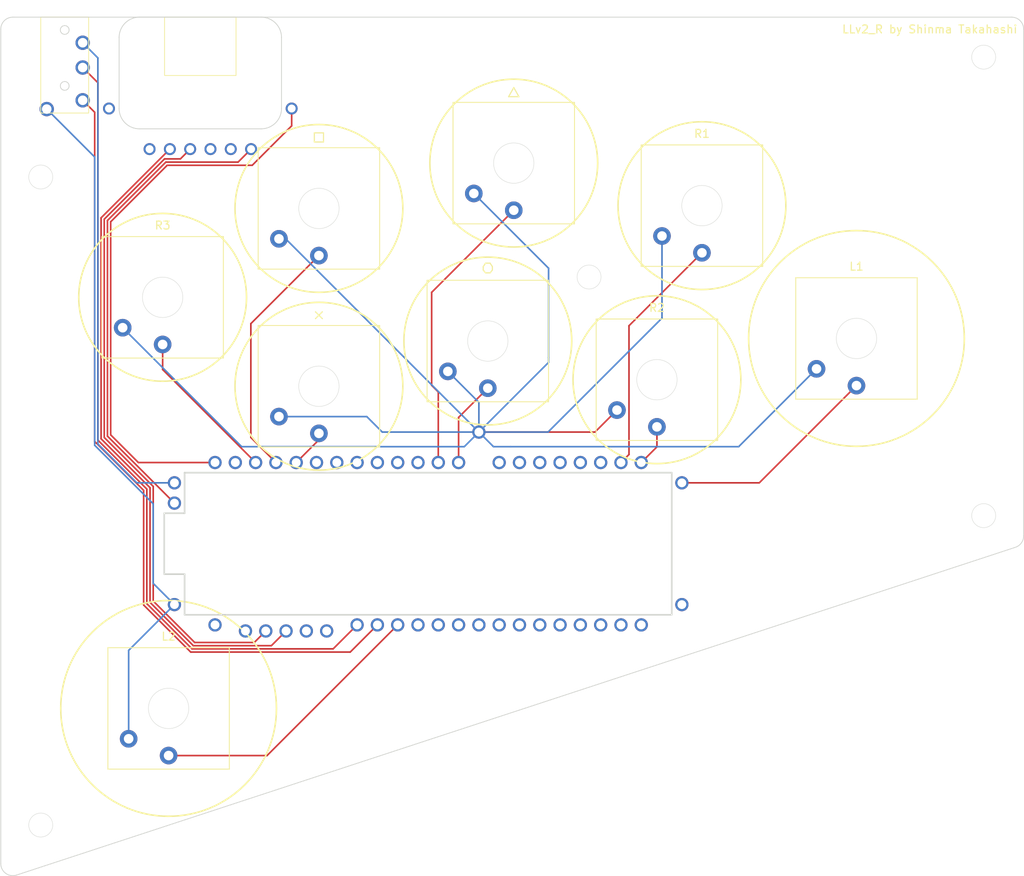
<source format=kicad_pcb>
(kicad_pcb (version 20240108) (generator "pcbnew") (generator_version "8.0")
  (layers (0 "F.Cu" signal) (31 "B.Cu" signal) (34 "B.Paste" user) (35 "F.Paste" user) (36 "B.SilkS" user "B.Silkscreen") (37 "F.SilkS" user "F.Silkscreen") (38 "B.Mask" user) (39 "F.Mask" user) (44 "Edge.Cuts" user))
  (net 0 "")
  (net 1 "Net-(4090USBCBreakout1-VBUS)")
  (net 2 "Net-(4090USBCBreakout1-D-)")
  (net 3 "Net-(4090USBCBreakout1-GND)")
  (net 8 "Net-(4090USBCBreakout1-D+)")
  (net 9 "Net-(Teensy4.1-MCLK2)")
  (net 10 "Net-(Teensy4.1-TX2)")
  (net 11 "Net-(Teensy4.1-OUT1C)")
  (net 12 "Net-(Teensy4.1-A7)")
  (net 13 "Net-(Teensy4.1-A0)")
  (net 14 "Net-(Teensy4.1-RX8)")
  (net 15 "Net-(Teensy4.1-A9)")
  (net 16 "Net-(Teensy4.1-GND_4)")
  (net 17 "Net-(Teensy4.1-A8)")
  (net 18 "Net-(Teensy4.1-SCK)")
  (net 19 "Net-(Teensy4.1-RX2)")
  (net 20 "Net-(Teensy4.1-VIN_(3.6_TO_5.5_VOLTS))")
  (net 21 "Net-(Teensy4.1-TX8)")
  (net 22 "Net-(Teensy4.1-GND_6)")
  (footprint "Shinma'sAddLibrary:SW_Kailh_Choc_V2_Lofree_Flow" (layer "F.Cu") (at 39.811 46.183)
    (property "Reference" "×" (at 0 -9 0) (layer "F.SilkS") (effects (font (size 1.5 1.5))))
    (property "Value" "SW_Push")
    (fp_line (start -7.6 -7.6) (end -7.6 7.6) (stroke (width 0.12)) (layer "F.SilkS"))
    (fp_line (start -7.6 -7.6) (end 7.6 -7.6) (stroke (width 0.12)) (layer "F.SilkS"))
    (fp_line (start -7.6 7.6) (end 7.6 7.6) (stroke (width 0.12)) (layer "F.SilkS"))
    (fp_line (start 7.6 7.6) (end 7.6 -7.6) (stroke (width 0.12)) (layer "F.SilkS"))
    (fp_circle (center 0 0) (end 2.525 0) (stroke (width 0.05)) (fill none) (layer "Edge.Cuts"))
    (pad "1" thru_hole circle (at 0 5.9) (size 2.2 2.2) (drill 1.2) (layers "*.Cu" "*.Mask") (net 12 "Net-(Teensy4.1-A7)"))
    (pad "2" thru_hole circle (at -5 3.8) (size 2.2 2.2) (drill 1.2) (layers "*.Cu" "*.Mask") (net 16 "Net-(Teensy4.1-GND_4)"))
  )
  (footprint "Shinma'sAddLibrary:TRRS LL" (layer "F.Cu") (at 5 12 90)
    (property "Reference" "J1" (hide yes))
    (property "Value" "AudioJack4" (hide yes))
    (fp_rect (start 0 0) (end 12 6) (stroke (width 0.1)) (fill none) (layer "F.SilkS"))
    (fp_circle (center 10.4 3) (end 10.95 3) (stroke (width 0.1)) (fill none) (layer "Edge.Cuts"))
    (fp_circle (center 3.4 3) (end 3.95 3) (stroke (width 0.1)) (fill none) (layer "Edge.Cuts"))
    (pad "R1" thru_hole circle (at 5.7 5.25 90) (size 1.8 1.8) (drill 1.2) (layers "*.Cu" "*.Mask") (net 19 "Net-(Teensy4.1-RX2)"))
    (pad "R2" thru_hole circle (at 1.6 5.25 90) (size 1.8 1.8) (drill 1.2) (layers "*.Cu" "*.Mask") (net 10 "Net-(Teensy4.1-TX2)"))
    (pad "S" thru_hole circle (at 0.5 0.75 90) (size 1.8 1.8) (drill 1.2) (layers "*.Cu" "*.Mask") (net 22 "Net-(Teensy4.1-GND_6)"))
    (pad "T" thru_hole circle (at 8.8 5.25 90) (size 1.8 1.8) (drill 1.2) (layers "*.Cu" "*.Mask") (net 20 "Net-(Teensy4.1-VIN_(3.6_TO_5.5_VOLTS))"))
  )
  (footprint "Shinma'sAddLibrary:SW_Kailh_Choc_V2_Lofree_Flow" (layer "F.Cu") (at 60.947 40.526)
    (property "Reference" "〇" (at 0 -9 0) (layer "F.SilkS") (effects (font (size 1.5 1.5))))
    (property "Value" "SW_Push")
    (fp_line (start -7.6 -7.6) (end -7.6 7.6) (stroke (width 0.12)) (layer "F.SilkS"))
    (fp_line (start -7.6 -7.6) (end 7.6 -7.6) (stroke (width 0.12)) (layer "F.SilkS"))
    (fp_line (start -7.6 7.6) (end 7.6 7.6) (stroke (width 0.12)) (layer "F.SilkS"))
    (fp_line (start 7.6 7.6) (end 7.6 -7.6) (stroke (width 0.12)) (layer "F.SilkS"))
    (fp_circle (center 0 0) (end 2.525 0) (stroke (width 0.05)) (fill none) (layer "Edge.Cuts"))
    (pad "1" thru_hole circle (at 0 5.9) (size 2.2 2.2) (drill 1.2) (layers "*.Cu" "*.Mask") (net 18 "Net-(Teensy4.1-SCK)"))
    (pad "2" thru_hole circle (at -5 3.8) (size 2.2 2.2) (drill 1.2) (layers "*.Cu" "*.Mask") (net 16 "Net-(Teensy4.1-GND_4)"))
  )
  (footprint "Shinma'sAddLibrary:SW_Kailh_Choc_V2_Lofree_Flow" (layer "F.Cu") (at 21 86.5)
    (property "Reference" "L2" (at 0 -9 0) (layer "F.SilkS"))
    (property "Value" "SW_Push")
    (fp_line (start -7.6 -7.6) (end -7.6 7.6) (stroke (width 0.12)) (layer "F.SilkS"))
    (fp_line (start -7.6 -7.6) (end 7.6 -7.6) (stroke (width 0.12)) (layer "F.SilkS"))
    (fp_line (start -7.6 7.6) (end 7.6 7.6) (stroke (width 0.12)) (layer "F.SilkS"))
    (fp_line (start 7.6 7.6) (end 7.6 -7.6) (stroke (width 0.12)) (layer "F.SilkS"))
    (fp_circle (center 0 0) (end 2.525 0) (stroke (width 0.05)) (fill none) (layer "Edge.Cuts"))
    (pad "1" thru_hole circle (at 0 5.9) (size 2.2 2.2) (drill 1.2) (layers "*.Cu" "*.Mask") (net 11 "Net-(Teensy4.1-OUT1C)"))
    (pad "2" thru_hole circle (at -5 3.8) (size 2.2 2.2) (drill 1.2) (layers "*.Cu" "*.Mask") (net 22 "Net-(Teensy4.1-GND_6)"))
  )
  (footprint "Shinma'sAddLibrary:SW_Kailh_Choc_V2_Lofree_Flow" (layer "F.Cu") (at 64.195 18.261)
    (property "Reference" "△" (at 0 -9 0) (layer "F.SilkS") (effects (font (size 1.5 1.5))))
    (property "Value" "SW_Push")
    (fp_line (start -7.6 -7.6) (end -7.6 7.6) (stroke (width 0.12)) (layer "F.SilkS"))
    (fp_line (start -7.6 -7.6) (end 7.6 -7.6) (stroke (width 0.12)) (layer "F.SilkS"))
    (fp_line (start -7.6 7.6) (end 7.6 7.6) (stroke (width 0.12)) (layer "F.SilkS"))
    (fp_line (start 7.6 7.6) (end 7.6 -7.6) (stroke (width 0.12)) (layer "F.SilkS"))
    (fp_circle (center 0 0) (end 2.525 0) (stroke (width 0.05)) (fill none) (layer "Edge.Cuts"))
    (pad "1" thru_hole circle (at 0 5.9) (size 2.2 2.2) (drill 1.2) (layers "*.Cu" "*.Mask") (net 13 "Net-(Teensy4.1-A0)"))
    (pad "2" thru_hole circle (at -5 3.8) (size 2.2 2.2) (drill 1.2) (layers "*.Cu" "*.Mask") (net 16 "Net-(Teensy4.1-GND_4)"))
  )
  (footprint "Shinma'sAddLibrary:Teensy 4.1 LL" (layer "F.Cu") (at 24.27 58.27)
    (property "Reference" "Teensy4.1" (hide yes))
    (property "Value" "~")
    (fp_line (start -3.81 3.81) (end -3.81 11.43) (stroke (width 0.2)) (layer "Edge.Cuts"))
    (fp_line (start -1.27 -1.27) (end -1.27 3.81) (stroke (width 0.2)) (layer "Edge.Cuts"))
    (fp_line (start -1.27 3.81) (end -3.81 3.81) (stroke (width 0.2)) (layer "Edge.Cuts"))
    (fp_line (start -1.27 11.43) (end -3.81 11.43) (stroke (width 0.2)) (layer "Edge.Cuts"))
    (fp_line (start -1.27 11.43) (end -1.27 16.51) (stroke (width 0.2)) (layer "Edge.Cuts"))
    (fp_line (start -1.27 16.51) (end 59.69 16.51) (stroke (width 0.2)) (layer "Edge.Cuts"))
    (fp_line (start 59.69 -1.27) (end -1.27 -1.27) (stroke (width 0.2)) (layer "Edge.Cuts"))
    (fp_line (start 59.69 16.51) (end 59.69 -1.27) (stroke (width 0.2)) (layer "Edge.Cuts"))
    (pad "" thru_hole circle (at 2.54 17.78) (size 1.665 1.665) (drill 1.11) (layers "*.Cu" "*.Mask"))
    (pad "" thru_hole circle (at 5.08 -2.54) (size 1.665 1.665) (drill 1.11) (layers "*.Cu" "*.Mask"))
    (pad "" thru_hole circle (at 6.35 18.54) (size 1.665 1.665) (drill 1.11) (layers "*.Cu" "*.Mask"))
    (pad "" thru_hole circle (at 13.97 18.54) (size 1.665 1.665) (drill 1.11) (layers "*.Cu" "*.Mask"))
    (pad "" thru_hole circle (at 15.24 -2.54) (size 1.665 1.665) (drill 1.11) (layers "*.Cu" "*.Mask"))
    (pad "" thru_hole circle (at 16.51 18.54) (size 1.665 1.665) (drill 1.11) (layers "*.Cu" "*.Mask"))
    (pad "" thru_hole circle (at 17.78 -2.54) (size 1.665 1.665) (drill 1.11) (layers "*.Cu" "*.Mask"))
    (pad "" thru_hole circle (at 20.32 -2.54) (size 1.665 1.665) (drill 1.11) (layers "*.Cu" "*.Mask"))
    (pad "" thru_hole circle (at 22.86 -2.54) (size 1.665 1.665) (drill 1.11) (layers "*.Cu" "*.Mask"))
    (pad "" thru_hole circle (at 25.4 -2.54) (size 1.665 1.665) (drill 1.11) (layers "*.Cu" "*.Mask"))
    (pad "" thru_hole circle (at 27.94 -2.54) (size 1.665 1.665) (drill 1.11) (layers "*.Cu" "*.Mask"))
    (pad "" thru_hole circle (at 27.94 17.78) (size 1.665 1.665) (drill 1.11) (layers "*.Cu" "*.Mask"))
    (pad "" thru_hole circle (at 30.48 17.78) (size 1.665 1.665) (drill 1.11) (layers "*.Cu" "*.Mask"))
    (pad "" thru_hole circle (at 33.02 17.78) (size 1.665 1.665) (drill 1.11) (layers "*.Cu" "*.Mask"))
    (pad "" thru_hole circle (at 35.56 17.78) (size 1.665 1.665) (drill 1.11) (layers "*.Cu" "*.Mask"))
    (pad "" thru_hole circle (at 38.1 -2.54) (size 1.665 1.665) (drill 1.11) (layers "*.Cu" "*.Mask"))
    (pad "" thru_hole circle (at 38.1 17.78) (size 1.665 1.665) (drill 1.11) (layers "*.Cu" "*.Mask"))
    (pad "" thru_hole circle (at 40.64 -2.54) (size 1.665 1.665) (drill 1.11) (layers "*.Cu" "*.Mask"))
    (pad "" thru_hole circle (at 40.64 17.78) (size 1.665 1.665) (drill 1.11) (layers "*.Cu" "*.Mask"))
    (pad "" thru_hole circle (at 43.18 -2.54) (size 1.665 1.665) (drill 1.11) (layers "*.Cu" "*.Mask"))
    (pad "" thru_hole circle (at 43.18 17.78) (size 1.665 1.665) (drill 1.11) (layers "*.Cu" "*.Mask"))
    (pad "" thru_hole circle (at 45.72 -2.54) (size 1.665 1.665) (drill 1.11) (layers "*.Cu" "*.Mask"))
    (pad "" thru_hole circle (at 45.72 17.78) (size 1.665 1.665) (drill 1.11) (layers "*.Cu" "*.Mask"))
    (pad "" thru_hole circle (at 48.26 -2.54) (size 1.665 1.665) (drill 1.11) (layers "*.Cu" "*.Mask"))
    (pad "" thru_hole circle (at 48.26 17.78) (size 1.665 1.665) (drill 1.11) (layers "*.Cu" "*.Mask"))
    (pad "" thru_hole circle (at 50.8 -2.54) (size 1.665 1.665) (drill 1.11) (layers "*.Cu" "*.Mask"))
    (pad "" thru_hole circle (at 50.8 17.78) (size 1.665 1.665) (drill 1.11) (layers "*.Cu" "*.Mask"))
    (pad "" thru_hole circle (at 53.34 17.78) (size 1.665 1.665) (drill 1.11) (layers "*.Cu" "*.Mask"))
    (pad "" thru_hole circle (at 55.88 17.78) (size 1.665 1.665) (drill 1.11) (layers "*.Cu" "*.Mask"))
    (pad "" thru_hole circle (at 60.96 15.24) (size 1.665 1.665) (drill 1.11) (layers "*.Cu" "*.Mask"))
    (pad "7" thru_hole circle (at 20.32 17.78) (size 1.665 1.665) (drill 1.11) (layers "*.Cu" "*.Mask") (net 19 "Net-(Teensy4.1-RX2)"))
    (pad "8" thru_hole circle (at 22.86 17.78) (size 1.665 1.665) (drill 1.11) (layers "*.Cu" "*.Mask") (net 10 "Net-(Teensy4.1-TX2)"))
    (pad "9" thru_hole circle (at 25.4 17.78) (size 1.665 1.665) (drill 1.11) (layers "*.Cu" "*.Mask") (net 11 "Net-(Teensy4.1-OUT1C)"))
    (pad "13" thru_hole circle (at 33.02 -2.54) (size 1.665 1.665) (drill 1.11) (layers "*.Cu" "*.Mask") (net 18 "Net-(Teensy4.1-SCK)"))
    (pad "14" thru_hole circle (at 30.48 -2.54) (size 1.665 1.665) (drill 1.11) (layers "*.Cu" "*.Mask") (net 13 "Net-(Teensy4.1-A0)"))
    (pad "21" thru_hole circle (at 12.7 -2.54) (size 1.665 1.665) (drill 1.11) (layers "*.Cu" "*.Mask") (net 12 "Net-(Teensy4.1-A7)"))
    (pad "22" thru_hole circle (at 10.16 -2.54) (size 1.665 1.665) (drill 1.11) (layers "*.Cu" "*.Mask") (net 17 "Net-(Teensy4.1-A8)"))
    (pad "23" thru_hole circle (at 7.62 -2.54) (size 1.665 1.665) (drill 1.11) (layers "*.Cu" "*.Mask") (net 15 "Net-(Teensy4.1-A9)"))
    (pad "33" thru_hole circle (at 60.96 0) (size 1.665 1.665) (drill 1.11) (layers "*.Cu" "*.Mask") (net 9 "Net-(Teensy4.1-MCLK2)"))
    (pad "34" thru_hole circle (at 55.88 -2.54) (size 1.665 1.665) (drill 1.11) (layers "*.Cu" "*.Mask") (net 14 "Net-(Teensy4.1-RX8)"))
    (pad "35" thru_hole circle (at 53.34 -2.54) (size 1.665 1.665) (drill 1.11) (layers "*.Cu" "*.Mask") (net 21 "Net-(Teensy4.1-TX8)"))
    (pad "50" thru_hole circle (at 11.43 18.54) (size 1.665 1.665) (drill 1.11) (layers "*.Cu" "*.Mask") (net 8 "Net-(4090USBCBreakout1-D+)"))
    (pad "51" thru_hole circle (at 8.89 18.54) (size 1.665 1.665) (drill 1.11) (layers "*.Cu" "*.Mask") (net 2 "Net-(4090USBCBreakout1-D-)"))
    (pad "55" thru_hole circle (at -2.54 0) (size 1.665 1.665) (drill 1.11) (layers "*.Cu" "*.Mask") (net 20 "Net-(Teensy4.1-VIN_(3.6_TO_5.5_VOLTS))"))
    (pad "68" thru_hole circle (at -2.54 2.54) (size 1.665 1.665) (drill 1.11) (layers "*.Cu" "*.Mask") (net 1 "Net-(4090USBCBreakout1-VBUS)"))
    (pad "69" thru_hole circle (at 35.56 -6.35) (size 1.665 1.665) (drill 1.11) (layers "*.Cu" "*.Mask") (net 16 "Net-(Teensy4.1-GND_4)"))
    (pad "70" thru_hole circle (at 2.54 -2.54) (size 1.665 1.665) (drill 1.11) (layers "*.Cu" "*.Mask") (net 3 "Net-(4090USBCBreakout1-GND)"))
    (pad "71" thru_hole circle (at -2.54 15.24) (size 1.665 1.665) (drill 1.11) (layers "*.Cu" "*.Mask") (net 22 "Net-(Teensy4.1-GND_6)"))
  )
  (footprint "Shinma'sAddLibrary:SW_Kailh_Choc_V2_Lofree_Flow" (layer "F.Cu") (at 87.743 23.584)
    (property "Reference" "R1" (at 0 -9 0) (layer "F.SilkS"))
    (property "Value" "SW_Push")
    (fp_line (start -7.6 -7.6) (end -7.6 7.6) (stroke (width 0.12)) (layer "F.SilkS"))
    (fp_line (start -7.6 -7.6) (end 7.6 -7.6) (stroke (width 0.12)) (layer "F.SilkS"))
    (fp_line (start -7.6 7.6) (end 7.6 7.6) (stroke (width 0.12)) (layer "F.SilkS"))
    (fp_line (start 7.6 7.6) (end 7.6 -7.6) (stroke (width 0.12)) (layer "F.SilkS"))
    (fp_circle (center 0 0) (end 2.525 0) (stroke (width 0.05)) (fill none) (layer "Edge.Cuts"))
    (pad "1" thru_hole circle (at 0 5.9) (size 2.2 2.2) (drill 1.2) (layers "*.Cu" "*.Mask") (net 21 "Net-(Teensy4.1-TX8)"))
    (pad "2" thru_hole circle (at -5 3.8) (size 2.2 2.2) (drill 1.2) (layers "*.Cu" "*.Mask") (net 16 "Net-(Teensy4.1-GND_4)"))
  )
  (footprint "Shinma'sAddLibrary:SW_Kailh_Choc_V2_Lofree_Flow" (layer "F.Cu") (at 82.11 45.367)
    (property "Reference" "R2" (at 0 -9 0) (layer "F.SilkS"))
    (property "Value" "SW_Push" (hide yes))
    (fp_line (start -7.6 -7.6) (end -7.6 7.6) (stroke (width 0.12)) (layer "F.SilkS"))
    (fp_line (start -7.6 -7.6) (end 7.6 -7.6) (stroke (width 0.12)) (layer "F.SilkS"))
    (fp_line (start -7.6 7.6) (end 7.6 7.6) (stroke (width 0.12)) (layer "F.SilkS"))
    (fp_line (start 7.6 7.6) (end 7.6 -7.6) (stroke (width 0.12)) (layer "F.SilkS"))
    (fp_circle (center 0 0) (end 2.525 0) (stroke (width 0.05)) (fill none) (layer "Edge.Cuts"))
    (pad "1" thru_hole circle (at 0 5.9) (size 2.2 2.2) (drill 1.2) (layers "*.Cu" "*.Mask") (net 14 "Net-(Teensy4.1-RX8)"))
    (pad "2" thru_hole circle (at -5 3.8) (size 2.2 2.2) (drill 1.2) (layers "*.Cu" "*.Mask") (net 16 "Net-(Teensy4.1-GND_4)"))
  )
  (footprint "Shinma'sAddLibrary:SW_Kailh_Choc_V2_Lofree_Flow" (layer "F.Cu") (at 20.254 35.058)
    (property "Reference" "R3" (at 0 -9 0) (layer "F.SilkS"))
    (property "Value" "SW_Push")
    (fp_line (start -7.6 -7.6) (end -7.6 7.6) (stroke (width 0.12)) (layer "F.SilkS"))
    (fp_line (start -7.6 -7.6) (end 7.6 -7.6) (stroke (width 0.12)) (layer "F.SilkS"))
    (fp_line (start -7.6 7.6) (end 7.6 7.6) (stroke (width 0.12)) (layer "F.SilkS"))
    (fp_line (start 7.6 7.6) (end 7.6 -7.6) (stroke (width 0.12)) (layer "F.SilkS"))
    (fp_circle (center 0 0) (end 2.525 0) (stroke (width 0.05)) (fill none) (layer "Edge.Cuts"))
    (pad "1" thru_hole circle (at 0 5.9) (size 2.2 2.2) (drill 1.2) (layers "*.Cu" "*.Mask") (net 15 "Net-(Teensy4.1-A9)"))
    (pad "2" thru_hole circle (at -5 3.8) (size 2.2 2.2) (drill 1.2) (layers "*.Cu" "*.Mask") (net 16 "Net-(Teensy4.1-GND_4)"))
  )
  (footprint "Shinma'sAddLibrary:SW_Kailh_Choc_V2_Lofree_Flow" (layer "F.Cu") (at 107.082 40.205)
    (property "Reference" "L1" (at 0 -9 0) (layer "F.SilkS"))
    (property "Value" "SW_Push")
    (fp_line (start -7.6 -7.6) (end -7.6 7.6) (stroke (width 0.12)) (layer "F.SilkS"))
    (fp_line (start -7.6 -7.6) (end 7.6 -7.6) (stroke (width 0.12)) (layer "F.SilkS"))
    (fp_line (start -7.6 7.6) (end 7.6 7.6) (stroke (width 0.12)) (layer "F.SilkS"))
    (fp_line (start 7.6 7.6) (end 7.6 -7.6) (stroke (width 0.12)) (layer "F.SilkS"))
    (fp_circle (center 0 0) (end 2.525 0) (stroke (width 0.05)) (fill none) (layer "Edge.Cuts"))
    (pad "1" thru_hole circle (at 0 5.9) (size 2.2 2.2) (drill 1.2) (layers "*.Cu" "*.Mask") (net 9 "Net-(Teensy4.1-MCLK2)"))
    (pad "2" thru_hole circle (at -5 3.8) (size 2.2 2.2) (drill 1.2) (layers "*.Cu" "*.Mask") (net 16 "Net-(Teensy4.1-GND_4)"))
  )
  (footprint "Shinma'sAddLibrary:4090 LL" (layer "F.Cu") (at 14.81 0)
    (property "Reference" "4090USBCBreakout1" (hide yes))
    (property "Value" "~")
    (fp_rect (start 5.69 0) (end 14.63 7.3) (stroke (width 0.1)) (fill none) (layer "F.SilkS"))
    (fp_line (start 0 11.43) (end 0 2.54) (stroke (width 0.1)) (layer "Edge.Cuts"))
    (fp_line (start 2.54 13.97) (end 17.78 13.97) (stroke (width 0.1)) (layer "Edge.Cuts"))
    (fp_line (start 17.78 0) (end 2.54 0) (stroke (width 0.1)) (layer "Edge.Cuts"))
    (fp_line (start 20.32 2.54) (end 20.32 11.43) (stroke (width 0.1)) (layer "Edge.Cuts"))
    (fp_arc (start 0 2.54) (mid 0.743948 0.743948) (end 2.54 0) (stroke (width 0.1)) (layer "Edge.Cuts"))
    (fp_arc (start 2.54 13.97) (mid 0.743949 13.226051) (end 0 11.43) (stroke (width 0.1)) (layer "Edge.Cuts"))
    (fp_arc (start 17.78 0) (mid 19.576051 0.743949) (end 20.32 2.54) (stroke (width 0.1)) (layer "Edge.Cuts"))
    (fp_arc (start 20.32 11.43) (mid 19.576051 13.226051) (end 17.78 13.97) (stroke (width 0.1)) (layer "Edge.Cuts"))
    (pad "1" thru_hole circle (at -1.27 11.43) (size 1.5 1.5) (drill 1) (layers "*.Cu" "*.Mask"))
    (pad "2" thru_hole circle (at 3.81 16.51) (size 1.5 1.5) (drill 1) (layers "*.Cu" "*.Mask"))
    (pad "3" thru_hole circle (at 6.35 16.51) (size 1.5 1.5) (drill 1) (layers "*.Cu" "*.Mask") (net 8 "Net-(4090USBCBreakout1-D+)"))
    (pad "4" thru_hole circle (at 8.89 16.51) (size 1.5 1.5) (drill 1) (layers "*.Cu" "*.Mask") (net 2 "Net-(4090USBCBreakout1-D-)"))
    (pad "5" thru_hole circle (at 11.43 16.51) (size 1.5 1.5) (drill 1) (layers "*.Cu" "*.Mask"))
    (pad "6" thru_hole circle (at 13.97 16.51) (size 1.5 1.5) (drill 1) (layers "*.Cu" "*.Mask"))
    (pad "7" thru_hole circle (at 16.51 16.51) (size 1.5 1.5) (drill 1) (layers "*.Cu" "*.Mask") (net 1 "Net-(4090USBCBreakout1-VBUS)"))
    (pad "8" thru_hole circle (at 21.59 11.43) (size 1.5 1.5) (drill 1) (layers "*.Cu" "*.Mask") (net 3 "Net-(4090USBCBreakout1-GND)"))
  )
  (footprint "Shinma'sAddLibrary:SW_Kailh_Choc_V2_Lofree_Flow" (layer "F.Cu") (at 39.811 23.933)
    (property "Reference" "□" (at 0 -9 0) (layer "F.SilkS") (effects (font (size 1.5 1.5))))
    (property "Value" "SW_Push")
    (fp_line (start -7.6 -7.6) (end -7.6 7.6) (stroke (width 0.12)) (layer "F.SilkS"))
    (fp_line (start -7.6 -7.6) (end 7.6 -7.6) (stroke (width 0.12)) (layer "F.SilkS"))
    (fp_line (start -7.6 7.6) (end 7.6 7.6) (stroke (width 0.12)) (layer "F.SilkS"))
    (fp_line (start 7.6 7.6) (end 7.6 -7.6) (stroke (width 0.12)) (layer "F.SilkS"))
    (fp_circle (center 0 0) (end 2.525 0) (stroke (width 0.05)) (fill none) (layer "Edge.Cuts"))
    (pad "1" thru_hole circle (at 0 5.9) (size 2.2 2.2) (drill 1.2) (layers "*.Cu" "*.Mask") (net 17 "Net-(Teensy4.1-A8)"))
    (pad "2" thru_hole circle (at -5 3.8) (size 2.2 2.2) (drill 1.2) (layers "*.Cu" "*.Mask") (net 16 "Net-(Teensy4.1-GND_4)"))
  )
  (gr_circle (center 87.743 23.584) (end 98.243 23.584) (stroke (width 0.2)) (fill none) (layer "F.SilkS"))
  (gr_circle (center 39.811 23.933) (end 50.311 23.933) (stroke (width 0.2)) (fill none) (layer "F.SilkS"))
  (gr_circle (center 21 86.5) (end 34.5 86.5) (stroke (width 0.2)) (fill none) (layer "F.SilkS"))
  (gr_circle (center 82.11 45.367) (end 92.61 45.367) (stroke (width 0.2)) (fill none) (layer "F.SilkS"))
  (gr_circle (center 107.082 40.205) (end 120.582 40.205) (stroke (width 0.2)) (fill none) (layer "F.SilkS"))
  (gr_circle (center 64.195 18.261) (end 74.695 18.261) (stroke (width 0.2)) (fill none) (layer "F.SilkS"))
  (gr_circle (center 39.811 46.183) (end 50.311 46.183) (stroke (width 0.2)) (fill none) (layer "F.SilkS"))
  (gr_circle (center 60.947 40.526) (end 71.447 40.526) (stroke (width 0.2)) (fill none) (layer "F.SilkS"))
  (gr_circle (center 20.254 35.058) (end 30.754 35.058) (stroke (width 0.2)) (fill none) (layer "F.SilkS"))
  (gr_circle (center 123 62.378401) (end 124.5 62.378401) (stroke (width 0.05)) (fill none) (layer "Edge.Cuts"))
  (gr_circle (center 5 101.097093) (end 6.5 101.097093) (stroke (width 0.05)) (fill none) (layer "Edge.Cuts"))
  (gr_line (start 128 64.913565) (end 128 1.5) (stroke (width 0.1)) (layer "Edge.Cuts"))
  (gr_arc (start 128 64.913565) (mid 127.714684 65.7934) (end 126.967655 66.338802) (stroke (width 0.1)) (layer "Edge.Cuts"))
  (gr_circle (center 5 20) (end 6.5 20) (stroke (width 0.05)) (fill none) (layer "Edge.Cuts"))
  (gr_arc (start 0 1.5) (mid 0.439339 0.439339) (end 1.5 0) (stroke (width 0.1)) (layer "Edge.Cuts"))
  (gr_arc (start 126.5 0) (mid 127.56066 0.43934) (end 128 1.5) (stroke (width 0.1)) (layer "Edge.Cuts"))
  (gr_line (start 126.967655 66.338802) (end 1.973 107.354) (stroke (width 0.1)) (layer "Edge.Cuts"))
  (gr_circle (center 123 5) (end 124.5 5) (stroke (width 0.05)) (fill none) (layer "Edge.Cuts"))
  (gr_circle (center 73.615962 32.515556) (end 75.115962 32.515556) (stroke (width 0.05)) (fill none) (layer "Edge.Cuts"))
  (gr_arc (start 1.973 107.354) (mid 0.622812 107.145048) (end 0 105.929) (stroke (width 0.1)) (layer "Edge.Cuts"))
  (gr_line (start 1.5 0) (end 126.5 0) (stroke (width 0.1)) (layer "Edge.Cuts"))
  (gr_line (start 0 105.929) (end 0 1.5) (stroke (width 0.1)) (layer "Edge.Cuts"))
  (gr_text "LLv2_R by Shinma Takahashi\n" (at 105.2 2.1 0) (layer "F.SilkS") (effects (font (size 1 1)) (justify left bottom)))
  (segment (start 20.659529 18.133843) (end 29.696157 18.133843) (width 0.2) (layer "F.Cu") (net 1))
  (segment (start 21.73 60.81) (end 13.35 52.43) (width 0.2) (layer "F.Cu") (net 1))
  (segment (start 13.35 25.443372) (end 20.659529 18.133843) (width 0.2) (layer "F.Cu") (net 1))
  (segment (start 29.696157 18.133843) (end 31.32 16.51) (width 0.2) (layer "F.Cu") (net 1))
  (segment (start 13.35 52.43) (end 13.35 25.443372) (width 0.2) (layer "F.Cu") (net 1))
  (segment (start 19.076701 73.063299) (end 19.111701 73.098299) (width 0.2) (layer "F.Cu") (net 2))
  (segment (start 23.7 16.51) (end 22.476157 17.733843) (width 0.2) (layer "F.Cu") (net 2))
  (segment (start 24.263403 78.25) (end 31.72 78.25) (width 0.2) (layer "F.Cu") (net 2))
  (segment (start 19.111701 73.098299) (end 24.263403 78.25) (width 0.2) (layer "F.Cu") (net 2))
  (segment (start 19.076701 58.722387) (end 19.076701 73.063299) (width 0.2) (layer "F.Cu") (net 2))
  (segment (start 22.476157 17.733843) (end 20.493843 17.733843) (width 0.2) (layer "F.Cu") (net 2))
  (segment (start 31.72 78.25) (end 33.16 76.81) (width 0.2) (layer "F.Cu") (net 2))
  (segment (start 12.95 52.595686) (end 19.076701 58.722387) (width 0.2) (layer "F.Cu") (net 2))
  (segment (start 20.493843 17.733843) (end 12.95 25.277686) (width 0.2) (layer "F.Cu") (net 2))
  (segment (start 12.95 25.277686) (end 12.95 52.595686) (width 0.2) (layer "F.Cu") (net 2))
  (segment (start 13.75 25.609058) (end 20.825215 18.533843) (width 0.2) (layer "F.Cu") (net 3))
  (segment (start 17.215686 55.73) (end 13.75 52.264314) (width 0.2) (layer "F.Cu") (net 3))
  (segment (start 26.81 55.73) (end 17.215686 55.73) (width 0.2) (layer "F.Cu") (net 3))
  (segment (start 13.75 52.264314) (end 13.75 25.609058) (width 0.2) (layer "F.Cu") (net 3))
  (segment (start 31.466157 18.533843) (end 36.4 13.6) (width 0.2) (layer "F.Cu") (net 3))
  (segment (start 20.825215 18.533843) (end 31.466157 18.533843) (width 0.2) (layer "F.Cu") (net 3))
  (segment (start 36.4 13.6) (end 36.4 11.43) (width 0.2) (layer "F.Cu") (net 3))
  (segment (start 24.097717 78.65) (end 33.86 78.65) (width 0.2) (layer "F.Cu") (net 8))
  (segment (start 21.16 16.51) (end 21.152 16.51) (width 0.2) (layer "F.Cu") (net 8))
  (segment (start 19.438858 73.991142) (end 24.097717 78.65) (width 0.2) (layer "F.Cu") (net 8))
  (segment (start 18.676701 73.228985) (end 19.438858 73.991142) (width 0.2) (layer "F.Cu") (net 8))
  (segment (start 21.152 16.51) (end 12.55 25.112) (width 0.2) (layer "F.Cu") (net 8))
  (segment (start 18.676701 58.888073) (end 18.676701 73.228985) (width 0.2) (layer "F.Cu") (net 8))
  (segment (start 33.86 78.65) (end 35.7 76.81) (width 0.2) (layer "F.Cu") (net 8))
  (segment (start 12.55 25.112) (end 12.55 52.761372) (width 0.2) (layer "F.Cu") (net 8))
  (segment (start 12.55 52.761372) (end 18.676701 58.888073) (width 0.2) (layer "F.Cu") (net 8))
  (segment (start 94.917 58.27) (end 107.082 46.105) (width 0.2) (layer "F.Cu") (net 9))
  (segment (start 85.23 58.27) (end 94.917 58.27) (width 0.2) (layer "F.Cu") (net 9))
  (segment (start 17.876701 73.560355) (end 23.766346 79.45) (width 0.2) (layer "F.Cu") (net 10))
  (segment (start 11.75 11.9) (end 11.75 53.092744) (width 0.2) (layer "F.Cu") (net 10))
  (segment (start 10.25 10.4) (end 11.75 11.9) (width 0.2) (layer "F.Cu") (net 10))
  (segment (start 23.766346 79.45) (end 43.73 79.45) (width 0.2) (layer "F.Cu") (net 10))
  (segment (start 17.876701 59.219445) (end 17.876701 73.560355) (width 0.2) (layer "F.Cu") (net 10))
  (segment (start 43.73 79.45) (end 47.13 76.05) (width 0.2) (layer "F.Cu") (net 10))
  (segment (start 11.75 53.092744) (end 17.876701 59.219445) (width 0.2) (layer "F.Cu") (net 10))
  (segment (start 49.67 76.05) (end 33.32 92.4) (width 0.2) (layer "F.Cu") (net 11))
  (segment (start 33.32 92.4) (end 21 92.4) (width 0.2) (layer "F.Cu") (net 11))
  (segment (start 36.97 55.73) (end 39.811 52.889) (width 0.2) (layer "F.Cu") (net 12))
  (segment (start 39.811 52.889) (end 39.811 52.083) (width 0.2) (layer "F.Cu") (net 12))
  (segment (start 36.635 55.259) (end 36.635 56) (width 0.2) (layer "F.Cu") (net 12))
  (segment (start 53.917501 46.07) (end 53.917501 34.438499) (width 0.2) (layer "F.Cu") (net 13))
  (segment (start 53.917501 34.438499) (end 64.195 24.161) (width 0.2) (layer "F.Cu") (net 13))
  (segment (start 54.75 55.73) (end 54.75 46.902499) (width 0.2) (layer "F.Cu") (net 13))
  (segment (start 54.75 46.902499) (end 53.917501 46.07) (width 0.2) (layer "F.Cu") (net 13))
  (segment (start 80.15 55.73) (end 82.11 53.77) (width 0.2) (layer "F.Cu") (net 14))
  (segment (start 82.11 53.77) (end 82.11 51.267) (width 0.2) (layer "F.Cu") (net 14))
  (segment (start 20.254 44.094) (end 20.254 40.958) (width 0.2) (layer "F.Cu") (net 15))
  (segment (start 31.89 55.73) (end 20.254 44.094) (width 0.2) (layer "F.Cu") (net 15))
  (segment (start 59.83 51.92) (end 74.357 51.92) (width 0.2) (layer "F.Cu") (net 16))
  (segment (start 74.357 51.92) (end 77.11 49.167) (width 0.2) (layer "F.Cu") (net 16))
  (segment (start 68.48 51.92) (end 70.325 50.075) (width 0.2) (layer "B.Cu") (net 16))
  (segment (start 45.8 49.983) (end 34.811 49.983) (width 0.2) (layer "B.Cu") (net 16))
  (segment (start 92.342 53.745) (end 102.082 44.005) (width 0.2) (layer "B.Cu") (net 16))
  (segment (start 70.325 50.075) (end 81.175 39.225) (width 0.2) (layer "B.Cu") (net 16))
  (segment (start 59.83 51.92) (end 59.83 48.209) (width 0.2) (layer "B.Cu") (net 16))
  (segment (start 59.83 51.92) (end 68.48 51.92) (width 0.2) (layer "B.Cu") (net 16))
  (segment (start 58.005 53.745) (end 59.83 51.92) (width 0.2) (layer "B.Cu") (net 16))
  (segment (start 68.55 31.416) (end 59.195 22.061) (width 0.2) (layer "B.Cu") (net 16))
  (segment (start 59.83 48.209) (end 55.947 44.326) (width 0.2) (layer "B.Cu") (net 16))
  (segment (start 59.83 51.92) (end 35.643 27.733) (width 0.2) (layer "B.Cu") (net 16))
  (segment (start 47.737 51.92) (end 46.4085 50.5915) (width 0.2) (layer "B.Cu") (net 16))
  (segment (start 61.655 53.745) (end 63.8 53.745) (width 0.2) (layer "B.Cu") (net 16))
  (segment (start 63.8 53.745) (end 92.342 53.745) (width 0.2) (layer "B.Cu") (net 16))
  (segment (start 30.141 53.745) (end 58.005 53.745) (width 0.2) (layer "B.Cu") (net 16))
  (segment (start 34.811 28.171) (end 34.811 27.733) (width 0.2) (layer "B.Cu") (net 16))
  (segment (start 68.55 43.2) (end 68.55 42.6) (width 0.2) (layer "B.Cu") (net 16))
  (segment (start 59.83 51.92) (end 61.605 53.695) (width 0.2) (layer "B.Cu") (net 16))
  (segment (start 82.743 37.657) (end 81.175 39.225) (width 0.2) (layer "B.Cu") (net 16))
  (segment (start 35.643 27.733) (end 34.811 27.733) (width 0.2) (layer "B.Cu") (net 16))
  (segment (start 61.605 53.695) (end 61.655 53.745) (width 0.2) (layer "B.Cu") (net 16))
  (segment (start 59.83 51.92) (end 68.55 43.2) (width 0.2) (layer "B.Cu") (net 16))
  (segment (start 68.55 42.6) (end 68.55 31.416) (width 0.2) (layer "B.Cu") (net 16))
  (segment (start 46.4085 50.5915) (end 45.8 49.983) (width 0.2) (layer "B.Cu") (net 16))
  (segment (start 15.254 38.858) (end 30.141 53.745) (width 0.2) (layer "B.Cu") (net 16))
  (segment (start 59.83 51.92) (end 47.737 51.92) (width 0.2) (layer "B.Cu") (net 16))
  (segment (start 82.743 27.384) (end 82.743 37.657) (width 0.2) (layer "B.Cu") (net 16))
  (segment (start 34.43 55.73) (end 31.294 52.594) (width 0.2) (layer "F.Cu") (net 17))
  (segment (start 31.294 38.35) (end 31.294 52) (width 0.2) (layer "F.Cu") (net 17))
  (segment (start 39.811 29.833) (end 31.294 38.35) (width 0.2) (layer "F.Cu") (net 17))
  (segment (start 31.294 52.594) (end 31.294 52) (width 0.2) (layer "F.Cu") (net 17))
  (segment (start 57.29 55.73) (end 57.29 50.083) (width 0.2) (layer "F.Cu") (net 18))
  (segment (start 57.29 50.083) (end 60.947 46.426) (width 0.2) (layer "F.Cu") (net 18))
  (segment (start 18.276701 73.39467) (end 23.932031 79.05) (width 0.2) (layer "F.Cu") (net 19))
  (segment (start 18.276701 59.053759) (end 18.276701 73.39467) (width 0.2) (layer "F.Cu") (net 19))
  (segment (start 10.25 6.3) (end 12.15 8.2) (width 0.2) (layer "F.Cu") (net 19))
  (segment (start 41.59 79.05) (end 44.59 76.05) (width 0.2) (layer "F.Cu") (net 19))
  (segment (start 12.15 8.2) (end 12.15 52.927058) (width 0.2) (layer "F.Cu") (net 19))
  (segment (start 12.15 52.927058) (end 18.276701 59.053759) (width 0.2) (layer "F.Cu") (net 19))
  (segment (start 23.932031 79.05) (end 41.59 79.05) (width 0.2) (layer "F.Cu") (net 19))
  (segment (start 17.015686 58.27) (end 12.15 53.404314) (width 0.2) (layer "B.Cu") (net 20))
  (segment (start 21.73 58.27) (end 17.015686 58.27) (width 0.2) (layer "B.Cu") (net 20))
  (segment (start 12.15 5.1) (end 10.25 3.2) (width 0.2) (layer "B.Cu") (net 20))
  (segment (start 12.15 53.404314) (end 12.15 5.1) (width 0.2) (layer "B.Cu") (net 20))
  (segment (start 78.6135 54.7265) (end 78.6135 38.6135) (width 0.2) (layer "F.Cu") (net 21))
  (segment (start 78.6135 38.6135) (end 87.743 29.484) (width 0.2) (layer "F.Cu") (net 21))
  (segment (start 77.61 55.73) (end 78.6135 54.7265) (width 0.2) (layer "F.Cu") (net 21))
  (segment (start 11.75 17.5) (end 5.75 11.5) (width 0.2) (layer "B.Cu") (net 22))
  (segment (start 11.75 53.57) (end 11.75 17.5) (width 0.2) (layer "B.Cu") (net 22))
  (segment (start 21.73 73.51) (end 19.075 70.855) (width 0.2) (layer "B.Cu") (net 22))
  (segment (start 16 79.24) (end 21.73 73.51) (width 0.2) (layer "B.Cu") (net 22))
  (segment (start 19.075 70.855) (end 19.075 60.895) (width 0.2) (layer "B.Cu") (net 22))
  (segment (start 16 90.3) (end 16 79.24) (width 0.2) (layer "B.Cu") (net 22))
  (segment (start 19.075 60.895) (end 11.75 53.57) (width 0.2) (layer "B.Cu") (net 22))
)
</source>
